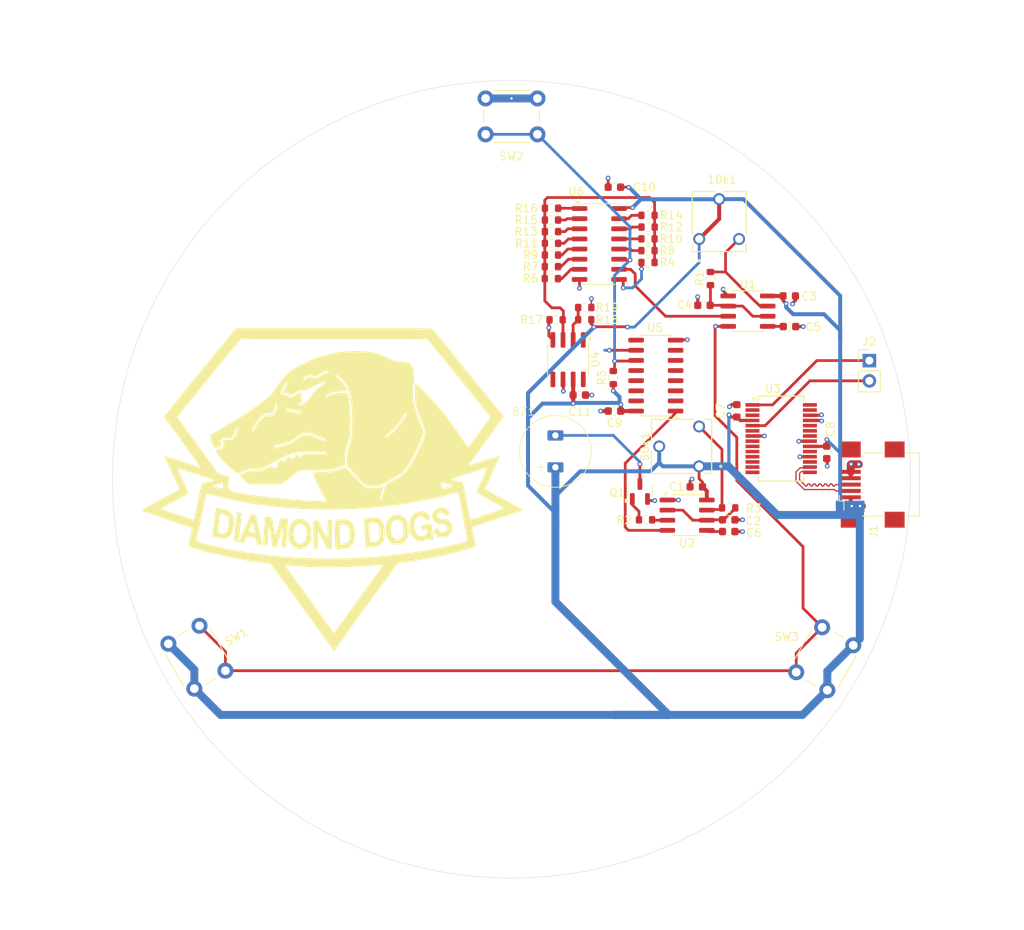
<source format=kicad_pcb>
(kicad_pcb (version 20241229) (generator "pcbnew") (generator_version "9.0")
  (layers (0 "F.Cu" signal) (4 "In1.Cu" power "In1.Cu.GND") (6 "In2.Cu" power "In2.Cu.GND") (2 "B.Cu" mixed) (13 "F.Paste" user) (15 "B.Paste" user) (5 "F.SilkS" user "F.Silkscreen") (7 "B.SilkS" user "B.Silkscreen") (1 "F.Mask" user) (3 "B.Mask" user) (25 "Edge.Cuts" user))
  (net 0 "")
  (net 1 "+5V")
  (net 2 "Net-(U1-DIS)")
  (net 3 "Net-(U2-DIS)")
  (net 4 "Net-(BZ1--)")
  (net 5 "GND")
  (net 6 "Net-(U2-THR)")
  (net 7 "Net-(U1-THR)")
  (net 8 "Net-(U1-CV)")
  (net 9 "Net-(U2-CV)")
  (net 10 "/USB_D N")
  (net 11 "Net-(Q1-B)")
  (net 12 "Net-(U2-Q)")
  (net 13 "Net-(U4-+)")
  (net 14 "Net-(U6-Q0)")
  (net 15 "RESET")
  (net 16 "Net-(U6-Q1)")
  (net 17 "Net-(U6-Q2)")
  (net 18 "Net-(U6-Q8)")
  (net 19 "Net-(U6-Q3)")
  (net 20 "Net-(U6-Q7)")
  (net 21 "Net-(U6-Q6)")
  (net 22 "Net-(U6-Q9)")
  (net 23 "Net-(U6-Q4)")
  (net 24 "Net-(U6-Q10)")
  (net 25 "Net-(U6-Q5)")
  (net 26 "Net-(U6-Q11)")
  (net 27 "Net-(U4--)")
  (net 28 "CLOCK")
  (net 29 "Net-(SW1-B)")
  (net 30 "/alarm")
  (net 33 "Net-(J2-Pin_1)")
  (net 37 "Net-(J2-Pin_2)")
  (net 50 "Net-(U5-CLK)")
  (net 63 "/USB_D P")
  (footprint "Capacitor_SMD:C_0603_1608Metric" (layer "F.Cu") (at 153.4922 94.4372)
    (property "Reference" "C11")
    (property "Value" "100n")
  )
  (footprint "Resistor_SMD:R_0603_1608Metric" (layer "F.Cu") (at 150.0124 71.0184 180)
    (property "Reference" "R16")
    (property "Value" "100k")
  )
  (footprint "Resistor_SMD:R_0603_1608Metric" (layer "F.Cu") (at 149.9924 79.844 180)
    (property "Reference" "R6")
    (property "Value" "100k")
  )
  (footprint "Capacitor_SMD:C_0603_1608Metric" (layer "F.Cu") (at 179.832 85.852)
    (property "Reference" "C5")
    (property "Value" "10n")
  )
  (footprint "Package_SO:SOIC-16_3.9x9.9mm_P1.27mm" (layer "F.Cu") (at 163.0875 92 180)
    (property "Reference" "U5")
    (property "Value" "4040")
  )
  (footprint "Capacitor_SMD:C_0603_1608Metric" (layer "F.Cu") (at 157.8864 68.3768 180)
    (property "Reference" "C10")
    (property "Value" "100n")
  )
  (footprint "Resistor_SMD:R_0603_1608Metric" (layer "F.Cu") (at 162.115 73.3806)
    (property "Reference" "R12")
    (property "Value" "100k")
  )
  (footprint "Button_Switch_THT:SW_PUSH_6mm_H9.5mm" (layer "F.Cu") (at 187.823557 125.810418 -120)
    (property "Reference" "SW3")
    (property "Value" "SW_SPST")
  )
  (footprint "Package_SO:SSOP-28_5.3x10.2mm_P0.65mm" (layer "F.Cu") (at 178.7906 99.8982)
    (property "Reference" "U3")
    (property "Value" "FT232RL")
  )
  (footprint "Resistor_SMD:R_0603_1608Metric" (layer "F.Cu") (at 150.5875 85 180)
    (property "Reference" "R17")
    (property "Value" "100k")
  )
  (footprint "Resistor_SMD:R_0603_1608Metric" (layer "F.Cu") (at 149.9974 78.3354 180)
    (property "Reference" "R7")
    (property "Value" "100k")
  )
  (footprint "pretty:601030" (layer "F.Cu") (at 168.5036 103.378 90)
    (property "Reference" "50k1")
    (property "Value" "RV1")
  )
  (footprint "Capacitor_SMD:C_0603_1608Metric" (layer "F.Cu") (at 168.148 105.9434 180)
    (property "Reference" "C1")
    (property "Value" "100n")
  )
  (footprint "Resistor_SMD:R_0603_1608Metric" (layer "F.Cu") (at 169.926 79.8322 -90)
    (property "Reference" "R1")
    (property "Value" "1k")
  )
  (footprint "pretty:601030" (layer "F.Cu") (at 168.5182 74.8754)
    (property "Reference" "10k1")
    (property "Value" "RV2")
  )
  (footprint "Capacitor_SMD:C_0603_1608Metric" (layer "F.Cu") (at 172.212 111.5568)
    (property "Reference" "C6")
    (property "Value" "10n")
  )
  (footprint "Resistor_SMD:R_0603_1608Metric" (layer "F.Cu") (at 162.1018 76.327)
    (property "Reference" "R8")
    (property "Value" "100k")
  )
  (footprint "Resistor_SMD:R_0603_1608Metric" (layer "F.Cu") (at 150.0074 72.494 180)
    (property "Reference" "R15")
    (property "Value" "100k")
  )
  (footprint "Resistor_SMD:R_0603_1608Metric" (layer "F.Cu") (at 150.0074 75.4142 180)
    (property "Reference" "R11")
    (property "Value" "100k")
  )
  (footprint "Package_TO_SOT_SMD:SOT-23" (layer "F.Cu") (at 161.0868 106.5276 90)
    (property "Reference" "Q1")
    (property "Value" "MMBT3904")
  )
  (footprint "Capacitor_SMD:C_0603_1608Metric" (layer "F.Cu") (at 173.228 96.4184 90)
    (property "Reference" "C7" (hide yes))
    (property "Value" "100n")
  )
  (footprint "Button_Switch_THT:SW_PUSH_6mm_H9.5mm" (layer "F.Cu") (at 148.25 61.75 180)
    (property "Reference" "SW2")
    (property "Value" "SW_SPST")
  )
  (footprint "Package_SO:SOIC-8_3.9x4.9mm_P1.27mm" (layer "F.Cu") (at 167 109.5)
    (property "Reference" "U2")
    (property "Value" "NE555D")
  )
  (footprint "Connector_USB:USB_Mini-B_Wuerth_65100516121_Horizontal" (layer "F.Cu") (at 190.11 105.664 90)
    (property "Reference" "J1")
    (property "Value" "USB_B")
  )
  (footprint "Resistor_SMD:R_0603_1608Metric" (layer "F.Cu") (at 157.75 92.25 90)
    (property "Reference" "R5")
    (property "Value" "100K")
  )
  (footprint "Resistor_SMD:R_0603_1608Metric" (layer "F.Cu") (at 162.1018 74.8538)
    (property "Reference" "R10")
    (property "Value" "100k")
  )
  (footprint "Resistor_SMD:R_0603_1608Metric" (layer "F.Cu") (at 154.17375 84.994531 180)
    (property "Reference" "R18")
    (property "Value" "1k")
  )
  (footprint "Resistor_SMD:R_0603_1608Metric" (layer "F.Cu") (at 150.0024 76.8842 180)
    (property "Reference" "R9")
    (property "Value" "100k")
  )
  (footprint "Package_SO:SOIC-8_3.9x4.9mm_P1.27mm" (layer "F.Cu") (at 174.625 83.9216)
    (property "Reference" "U1")
    (property "Value" "NE555D")
  )
  (footprint "Resistor_SMD:R_0603_1608Metric" (layer "F.Cu") (at 172.212 108.585)
    (property "Reference" "R3")
    (property "Value" "1k")
  )
  (footprint "Button_Switch_THT:SW_PUSH_6mm_H9.5mm" (layer "F.Cu") (at 105.25 131.25 120)
    (property "Reference" "SW1")
    (property "Value" "SW_SPST")
  )
  (footprint "Capacitor_SMD:C_0603_1608Metric" (layer "F.Cu") (at 184.5056 101.6254 -90)
    (property "Reference" "C8")
    (property "Value" "100n")
  )
  (footprint "Package_SO:SOIC-16_3.9x9.9mm_P1.27mm" (layer "F.Cu") (at 156 75.5)
    (property "Reference" "U6")
    (property "Value" "4040")
  )
  (footprint "pretty:diamondogs" (layer "F.Cu") (at 122.5 106.3)
    (property "Reference" "G***" (hide yes))
    (property "Value" "LOGO" (hide yes))
  )
  (footprint "Resistor_SMD:R_0603_1608Metric" (layer "F.Cu") (at 162.1018 77.8156)
    (property "Reference" "R4")
    (property "Value" "100k")
  )
  (footprint "Package_SO:SOIC-8_3.9x4.9mm_P1.27mm" (layer "F.Cu") (at 152.0875 90 -90)
    (property "Reference" "U4")
    (property "Value" "LM741")
  )
  (footprint "Capacitor_SMD:C_0603_1608Metric" (layer "F.Cu") (at 169.1132 83.185 180)
    (property "Reference" "C4")
    (property "Value" "10n")
  )
  (footprint "Resistor_SMD:R_0603_1608Metric" (layer "F.Cu") (at 162.1028 71.9074)
    (property "Reference" "R14")
    (property "Value" "100k")
  )
  (footprint "Capacitor_SMD:C_0603_1608Metric" (layer "F.Cu") (at 172.212 110.0836)
    (property "Reference" "C2")
    (property "Value" "10n")
  )
  (footprint "Connector_PinHeader_2.54mm:PinHeader_1x02_P2.54mm_Vertical" (layer "F.Cu") (at 189.8396 90.1192)
    (property "Reference" "J2")
    (property "Value" "UART")
  )
  (footprint "Capacitor_SMD:C_0603_1608Metric" (layer "F.Cu") (at 157.8988 96.443801 180)
    (property "Reference" "C9")
    (property "Value" "100n")
  )
  (footprint "Resistor_SMD:R_0603_1608Metric" (layer "F.Cu") (at 150.0074 73.9508 180)
    (property "Reference" "R13")
    (property "Value" "100k")
  )
  (footprint "Capacitor_SMD:C_0603_1608Metric" (layer "F.Cu") (at 179.8066 82.0166)
    (property "Reference" "C3")
    (property "Value" "100n")
  )
  (footprint "pretty:Buzzer" (layer "F.Cu") (at 150.5 101.5)
    (property "Reference" "BZ1")
    (property "Value" "Buzzer")
  )
  (footprint "Resistor_SMD:R_0603_1608Metric" (layer "F.Cu") (at 154.178 83.4644)
    (property "Reference" "R19")
    (property "Value" "8k2")
  )
  (footprint "Resistor_SMD:R_0603_1608Metric" (layer "F.Cu") (at 161.798 110.0836 180)
    (property "Reference" "R2")
    (property "Value" "470")
  )
  (gr_circle (center 145 105) (end 195 105) (stroke (width 0.05)) (fill no) (layer "Edge.Cuts"))
  (gr_text "C7" (at 171.196 96.4438 90) (layer "F.SilkS") (effects (font (size 1 1))))
  (segment (start 173.6578 97.6232) (end 173.228 97.1934) (width 0.4) (layer "F.Cu") (net 1))
  (segment (start 160.557501 96.499999) (end 160.6125 96.445) (width 0.2) (layer "F.Cu") (net 1))
  (segment (start 158.6992 96.4438) (end 158.5722 96.3168) (width 0.5) (layer "F.Cu") (net 1))
  (segment (start 158.475 71.055) (end 158.5878 70.9422) (width 0.35) (layer "F.Cu") (net 1))
  (segment (start 168.6052 103.4796) (end 168.5036 103.378) (width 0.35) (layer "F.Cu") (net 1))
  (segment (start 179.0316 82.602749) (end 179.0316 82.0166) (width 0.4) (layer "F.Cu") (net 1))
  (segment (start 187.51 108.3382) (end 187.5282 108.3564) (width 1) (layer "F.Cu") (net 1))
  (segment (start 184.505602 100.850391) (end 184.505602 100.1776) (width 0.4) (layer "F.Cu") (net 1))
  (segment (start 158.661401 68.376795) (end 159.664395 68.376795) (width 0.35) (layer "F.Cu") (net 1))
  (segment (start 168.5036 104.9274) (end 168.5036 103.378) (width 0.35) (layer "F.Cu") (net 1))
  (segment (start 173.228 97.1934) (end 172.5044 97.1934) (width 0.4) (layer "F.Cu") (net 1))
  (segment (start 187.6298 108.3564) (end 188.6712 108.3564) (width 1) (layer "F.Cu") (net 1))
  (segment (start 179.37263 83.03043) (end 179.3748 83.0326) (width 0.2) (layer "F.Cu") (net 1))
  (segment (start 168.923 105.9434) (end 168.9434 105.9434) (width 0.5) (layer "F.Cu") (net 1))
  (segment (start 155.3718 85.8774) (end 159.4866 85.8774) (width 0.35) (layer "F.Cu") (net 1))
  (segment (start 179.414893 82.986042) (end 179.37263 83.028305) (width 0.2) (layer "F.Cu") (net 1))
  (segment (start 152.7302 95.504) (end 152.7302 94.958) (width 0.5) (layer "F.Cu") (net 1))
  (segment (start 158.5722 96.3168) (end 158.5468 96.3168) (width 0.5) (layer "F.Cu") (net 1))
  (segment (start 152.7302 94.958) (end 152.7225 94.9503) (width 0.5) (layer "F.Cu") (net 1))
  (segment (start 152.7225 94.9503) (end 152.7225 92.475) (width 0.5) (layer "F.Cu") (net 1))
  (segment (start 158.6738 96.4692) (end 158.6992 96.4438) (width 0.35) (layer "F.Cu") (net 1))
  (segment (start 171.0182 72.3754) (end 168.5182 74.8754) (width 0.5) (layer "F.Cu") (net 1))
  (segment (start 184.482793 100.8732) (end 184.505602 100.850391) (width 0.4) (layer "F.Cu") (net 1))
  (segment (start 172.5044 97.1934) (end 172.2374 96.9264) (width 0.4) (layer "F.Cu") (net 1))
  (segment (start 177.1 82.0166) (end 179.0316 82.0166) (width 0.5) (layer "F.Cu") (net 1))
  (segment (start 155.321 85.9282) (end 155.3718 85.8774) (width 0.35) (layer "F.Cu") (net 1))
  (segment (start 171.0182 69.8754) (end 171.0182 72.3754) (width 0.5) (layer "F.Cu") (net 1))
  (segment (start 168.923 105.3468) (end 168.5036 104.9274) (width 0.35) (layer "F.Cu") (net 1))
  (segment (start 168.9434 105.9434) (end 169.475 106.475) (width 0.5) (layer "F.Cu") (net 1))
  (segment (start 159.664395 68.376795) (end 159.6898 68.4022) (width 0.2) (layer "F.Cu") (net 1))
  (segment (start 154.99875 85.52975) (end 154.99875 84.994531) (width 0.35) (layer "F.Cu") (net 1))
  (segment (start 168.923 105.9434) (end 168.923 105.3468) (width 0.35) (layer "F.Cu") (net 1))
  (segment (start 158.5468 96.3168) (end 158.6738 96.4438) (width 0.2) (layer "F.Cu") (net 1))
  (segment (start 179.414893 82.986042) (end 179.0316 82.602749) (width 0.4) (layer "F.Cu") (net 1))
  (segment (start 160.501302 96.4438) (end 160.557501 96.499999) (width 0.35) (layer "F.Cu") (net 1))
  (segment (start 179.37263 83.028305) (end 179.37263 83.03043) (width 0.2) (layer "F.Cu") (net 1))
  (segment (start 169.475 106.475) (end 169.475 107.595) (width 0.5) (layer "F.Cu") (net 1))
  (segment (start 155.321 85.852) (end 154.99875 85.52975) (width 0.35) (layer "F.Cu") (net 1))
  (segment (start 182.390599 100.8732) (end 184.482793 100.8732) (width 0.4) (layer "F.Cu") (net 1))
  (segment (start 187.51 107.264) (end 187.51 108.3382) (width 0.5) (layer "F.Cu") (net 1))
  (segment (start 157.75 93.9038) (end 157.75 93.075001) (width 0.35) (layer "F.Cu") (net 1))
  (segment (start 188.6712 108.3564) (end 188.8998 108.3564) (width 1) (layer "F.Cu") (net 1))
  (segment (start 158.5878 70.9422) (end 160.1724 70.9422) (width 0.35) (layer "F.Cu") (net 1))
  (segment (start 187.5282 108.3564) (end 187.6298 108.3564) (width 1) (layer "F.Cu") (net 1))
  (segment (start 175.1906 97.6232) (end 173.6578 97.6232) (width 0.4) (layer "F.Cu") (net 1))
  (segment (start 158.6992 96.4438) (end 160.501302 96.4438) (width 0.5) (layer "F.Cu") (net 1))
  (segment (start 158.6992 95.631) (end 158.6992 96.4438) (width 0.5) (layer "F.Cu") (net 1))
  (segment (start 155.321 85.9282) (end 155.321 85.852) (width 0.2) (layer "F.Cu") (net 1))
  (segment (start 184.505602 100.025202) (end 184.5056 100.0252) (width 0.2) (layer "F.Cu") (net 1))
  (via (at 160.1724 70.9422) (size 0.6) (drill 0.3) (layers "F.Cu" "B.Cu") (net 1))
  (via (at 157.75 93.9038) (size 0.6) (drill 0.3) (layers "F.Cu" "B.Cu") (net 1))
  (via (at 159.530802 85.921602) (size 0.6) (drill 0.3) (layers "F.Cu" "B.Cu") (net 1))
  (via (at 172.2374 96.9264) (size 0.6) (drill 0.3) (layers "F.Cu" "B.Cu") (net 1))
  (via (at 184.505602 100.025202) (size 0.6) (drill 0.3) (layers "F.Cu" "B.Cu") (net 1))
  (via (at 155.321 85.9282) (size 0.6) (drill 0.3) (layers "F.Cu" "B.Cu") (net 1))
  (via (at 187.6298 108.3564) (size 0.6) (drill 0.3) (layers "F.Cu" "B.Cu") (net 1))
  (via (at 179.414893 82.986042) (size 0.6) (drill 0.3) (layers "F.Cu" "B.Cu") (net 1))
  (via (at 152.7302 95.504) (size 0.6) (drill 0.3) (layers "F.Cu" "B.Cu") (net 1))
  (via (at 159.6898 68.4022) (size 0.6) (drill 0.3) (layers "F.Cu" "B.Cu") (net 1))
  (via (at 188.6712 108.3564) (size 0.6) (drill 0.3) (layers "F.Cu" "B.Cu") (net 1))
  (via (at 158.6992 95.631) (size 0.6) (drill 0.3) (layers "F.Cu" "B.Cu") (net 1))
  (segment (start 163.5036 102.917) (end 163.9646 103.378) (width 0.5) (layer "B.Cu") (net 1))
  (segment (start 188.6712 108.3564) (end 188.6712 109.3978) (width 1) (layer "B.Cu") (net 1))
  (segment (start 172.2374 103.441996) (end 173.297602 104.502198) (width 0.2) (layer "B.Cu") (net 1))
  (segment (start 162.4206 104) (end 163.5036 102.917) (width 0.5) (layer "B.Cu") (net 1))
  (segment (start 172.173404 103.378) (end 173.297602 104.502198) (width 1) (layer "B.Cu") (net 1))
  (segment (start 157.9118 134.5438) (end 181.46934 134.5438) (width 1) (layer "B.Cu") (net 1))
  (segment (start 187.823557 125.810418) (end 184.573557 129.060418) (width 1) (layer "B.Cu") (net 1))
  (segment (start 186.182 86.3346) (end 186.182 87.4522) (width 0.5) (layer "B.Cu") (net 1))
  (segment (start 160.407598 85.921602) (end 168.5182 77.811) (width 0.35) (layer "B.Cu") (net 1))
  (segment (start 147.066 94.1832) (end 147.066 97.3328) (width 0.5) (layer "B.Cu") (net 1))
  (segment (start 161.2246 69.89) (end 171.0036 69.89) (width 0.5) (layer "B.Cu") (net 1))
  (segment (start 171.0036 69.89) (end 171.0182 69.8754) (width 0.35) (layer "B.Cu") (net 1))
  (segment (start 163.5036 102.917) (end 163.5036 100.878) (width 0.5) (layer "B.Cu") (net 1))
  (segment (start 150.5 107.1118) (end 150.5 103.5) (width 0.5) (layer "B.Cu") (net 1))
  (segment (start 158.496 95.4278) (end 158.5468 95.377) (width 0.35) (layer "B.Cu") (net 1))
  (segment (start 168.5036 103.378) (end 172.173404 103.378) (width 1) (layer "B.Cu") (net 1))
  (segment (start 160.1724 70.9422) (end 161.2246 69.89) (width 0.5) (layer "B.Cu") (net 1))
  (segment (start 188.6712 110.000886) (end 188.6458 110.026286) (width 1) (layer "B.Cu") (net 1))
  (segment (start 159.6898 68.4022) (end 159.7368 68.4022) (width 0.2) (layer "B.Cu") (net 1))
  (segment (start 158.6992 95.5294) (end 158.5468 95.377) (width 0.35) (layer "B.Cu") (net 1))
  (segment (start 164.6936 134.5438) (end 157.9118 134.5438) (width 1) (layer "B.Cu") (net 1))
  (segment (start 184.15 84.3026) (end 186.182 86.3346) (width 0.5) (layer "B.Cu") (net 1))
  (segment (start 108.5438 134.5438) (end 157.9118 134.5438) (width 1) (layer "B.Cu") (net 1))
  (segment (start 172.2374 96.9264) (end 172.2374 103.441996) (width 0.4) (layer "B.Cu") (net 1))
  (segment (start 162.4206 104) (end 153.6118 104) (width 0.5) (layer "B.Cu") (net 1))
  (segment (start 178.269404 109.474) (end 188.595 109.474) (width 1) (layer "B.Cu") (net 1))
  (segment (start 150.5 103.5) (end 150.5 110.7694) (width 1) (layer "B.Cu") (net 1))
  (segment (start 174.0662 69.8754) (end 186.182 81.9912) (width 0.5) (layer "B.Cu") (net 1))
  (segment (start 186.182 101.981) (end 186.182 87.4522) (width 0.5) (layer "B.Cu") (net 1))
  (segment (start 171.0182 69.8754) (end 174.0662 69.8754) (width 0.5) (layer "B.Cu") (net 1))
  (segment (start 186.182 81.9912) (end 186.182 87.4522) (width 0.5) (layer "B.Cu") (net 1))
  (segment (start 152.8064 95.4278) (end 158.496 95.4278) (width 0.5) (layer "B.Cu") (net 1))
  (segment (start 148.8948 95.504) (end 147.066 97.3328) (width 0.5) (layer "B.Cu") (net 1))
  (segment (start 147.066 105.791) (end 150.5 109.225) (width 0.5) (layer "B.Cu") (net 1))
  (segment (start 147.066 97.3328) (end 147.066 105.791) (width 0.5) (layer "B.Cu") (net 1))
  (segment (start 179.414893 83.428293) (end 180.2892 84.3026) (width 0.5) (layer "B.Cu") (net 1))
  (segment (start 186.8932 108.4834) (end 186.182 107.7722) (width 0.5) (layer "B.Cu") (net 1))
  (segment (start 159.7368 68.4022) (end 161.2246 69.89) (width 0.5) (layer "B.Cu") (net 1))
  (segment (start 188.6458 110.026286) (end 188.6458 124.988175) (width 1) (layer "B.Cu") (net 1))
  (segment (start 181.46934 134.5438) (end 184.573557 131.439583) (width 1) (layer "B.Cu") (net 1))
  (segment (start 186.182 101.7016) (end 186.182 101.981) (width 0.2) (layer "B.Cu") (net 1))
  (segment (start 188.6712 109.3978) (end 188.6712 110.000886) (width 1) (layer "B.Cu") (net 1))
  (segment (start 188.595 109.474) (end 188.6712 109.3978) (width 1) (layer "B.Cu") (net 1))
  (segment (start 159.530802 85.921602) (end 160.407598 85.921602) (width 0.35) (layer "B.Cu") (net 1))
  (segment (start 152.7302 95.504) (end 152.8064 95.4278) (width 0.35) (layer "B.Cu") (net 1))
  (segment (start 105.25 128.870835) (end 105.25 131.25) (width 1) (layer "B.Cu") (net 1))
  (segment (start 152.7302 95.504) (end 148.8948 95.504) (width 0.5) (layer "B.Cu") (net 1))
  (segment (start 155.321 85.9282) (end 147.066 94.1832) (width 0.5) (layer "B.Cu") (net 1))
  (segment (start 150.5 110.7694) (end 150.5 120.3502) (width 1) (layer "B.Cu") (net 1))
  (segment (start 102 125.620835) (end 105.25 128.870835) (width 1) (layer "B.Cu") (net 1))
  (segment (start 158.6992 95.631) (end 158.6992 95.5294) (width 0.35) (layer "B.Cu") (net 1))
  (segment (start 150.5 120.3502) (end 164.6936 134.5438) (width 1) (layer "B.Cu") (net 1))
  (segment (start 172.2374 96.9264) (end 172.3136 96.8502) (width 0.4) (layer "B.Cu") (net 1))
  (segment (start 158.5468 94.7006) (end 157.75 93.9038) (width 0.5) (layer "B.Cu") (net 1))
  (segment (start 153.6118 104) (end 150.5 107.1118) (width 0.5) (layer "B.Cu") (net 1))
  (segment (start 105.25 131.25) (end 108.5438 134.5438) (width 1) (layer "B.Cu") (net 1))
  (segment (start 168.5182 77.811) (end 168.5182 74.8754) (width 0.35) (layer "B.Cu") (net 1))
  (segment (start 184.505602 100.025202) (end 186.182 101.7016) (width 0.4) (layer "B.Cu") (net 1))
  (segment (start 186.182 107.7722) (end 186.182 101.981) (width 0.5) (layer "B.Cu") (net 1))
  (segment (start 179.414893 82.986042) (end 179.414893 83.428293) (width 0.5) (layer "B.Cu") (net 1))
  (segment (start 180.2892 84.3026) (end 184.15 84.3026) (width 0.5) (layer "B.Cu") (net 1))
  (segment (start 158.5468 95.377) (end 158.5468 94.7006) (width 0.5) (layer "B.Cu") (net 1))
  (segment (start 184.573557 129.060418) (end 184.573557 131.439583) (width 1) (layer "B.Cu") (net 1))
  (segment (start 188.6458 124.988175) (end 187.823557 125.810418) (width 1) (layer "B.Cu") (net 1))
  (segment (start 150.5 109.225) (end 150.5 110.7694) (width 0.35) (layer "B.Cu") (net 1))
  (segment (start 163.9646 103.378) (end 168.5036 103.378) (width 0.5) (layer "B.Cu") (net 1))
  (segment (start 173.297602 104.502198) (end 178.269404 109.474) (width 1) (layer "B.Cu") (net 1))
  (segment (start 175.4886 82.675599) (end 172.9232 80.110199) (width 0.35) (layer "F.Cu") (net 2))
  (segment (start 177.1 83.2866) (end 176.125001 83.2866) (width 0.35) (layer "F.Cu") (net 2))
  (segment (start 175.514 82.675599) (end 175.4886 82.675599) (width 0.35) (layer "F.Cu") (net 2))
  (segment (start 171.8202 76.57339) (end 173.51819 74.8754) (width 0.35) (layer "F.Cu") (net 2))
  (segment (start 171.8202 79.007199) (end 171.8202 76.57339) (width 0.35) (layer "F.Cu") (net 2))
  (segment (start 176.125001 83.2866) (end 175.514 82.675599) (width 0.35) (layer "F.Cu") (net 2))
  (segment (start 171.8202 79.007199) (end 172.9232 80.110199) (width 0.35) (layer "F.Cu") (net 2))
  (segment (start 169.926 79.007199) (end 171.8202 79.007199) (width 0.35) (layer "F.Cu") (net 2))
  (segment (start 171.387 108.6358) (end 171.3738 108.6226) (width 0.35) (layer "F.Cu") (net 3))
  (segment (start 170.31 108.865) (end 169.475 108.865) (width 0.2) (layer "F.Cu") (net 3))
  (segment (start 171.3738 101.24821) (end 168.5036 98.37801) (width 0.35) (layer "F.Cu") (net 3))
  (segment (start 169.698 108.7882) (end 171.2346 108.7882) (width 0.35) (layer "F.Cu") (net 3))
  (segment (start 169.6212 108.865) (end 169.698 108.7882) (width 0.2) (layer "F.Cu") (net 3))
  (segment (start 171.3738 108.6226) (end 171.3738 101.24821) (width 0.35) (layer "F.Cu") (net 3))
  (segment (start 171.2346 108.7882) (end 171.387 108.6358) (width 0.2) (layer "F.Cu") (net 3))
  (segment (start 169.475 108.865) (end 169.6212 108.865) (width 0.2) (layer "F.Cu") (net 3))
  (segment (start 161.0868 103.0986) (end 161.0868 105.5901) (width 0.352) (layer "F.Cu") (net 4))
  (via (at 161.0868 103.0986) (size 0.6) (drill 0.3) (layers "F.Cu" "B.Cu") (net 4))
  (segment (start 157.75 99.5) (end 150.5 99.5) (width 0.35) (layer "B.Cu") (net 4))
  (segment (start 161.0868 102.8368) (end 157.75 99.5) (width 0.35) (layer "B.Cu") (net 4))
  (segment (start 161.0868 103.0986) (end 161.0868 102.8368) (width 0.35) (layer "B.Cu") (net 4))
  (segment (start 180.5816 82.5624) (end 180.5816 82.0166) (width 0.4) (layer "F.Cu") (net 5))
  (segment (start 149.675 86) (end 149.675 87.0175) (width 0.35) (layer "F.Cu") (net 5))
  (segment (start 162.941 107.6706) (end 163.0166 107.595) (width 0.35) (layer "F.Cu") (net 5))
  (segment (start 181.0056 100.2232) (end 181.0004 100.2284) (width 0.4) (layer "F.Cu") (net 5))
  (segment (start 180.214231 83.018647) (end 180.214231 82.929769) (width 0.4) (layer "F.Cu") (net 5))
  (segment (start 156.1592 96.4438) (end 157.123798 96.4438) (width 0.5) (layer "F.Cu") (net 5))
  (segment (start 153.525 79.945) (end 153.525 81.044) (width 0.35) (layer "F.Cu") (net 5))
  (segment (start 172.15 82.0166) (end 171.5262 81.3928) (width 0.35) (layer "F.Cu") (net 5))
  (segment (start 166.25 87.5) (end 166.195 87.555) (width 0.35) (layer "F.Cu") (net 5))
  (segment (start 183.8054 97.6232) (end 183.8706 97.6884) (width 0.2) (layer "F.Cu") (net 5))
  (segment (start 157.111399 68.376805) (end 157.111399 67.246199) (width 0.35) (layer "F.Cu") (net 5))
  (segment (start 173.9392 110.0836) (end 172.987 110.0836) (width 0.4) (layer "F.Cu") (net 5))
  (segment (start 173.228 95.6434) (end 172.5806 95.6434) (width 0.4) (layer "F.Cu") (net 5))
  (segment (start 180.214231 82.929769) (end 180.5816 82.5624) (width 0.4) (layer "F.Cu") (net 5))
  (segment (start 172.987 111.5568) (end 173.9392 111.5568) (width 0.4) (layer "F.Cu") (net 5))
  (segment (start 164.3675 107.4375) (end 164.525 107.595) (width 0.2) (layer "F.Cu") (net 5))
  (segment (start 184.5564 103.3526) (end 184.5564 102.451211) (width 0.4) (layer "F.Cu") (net 5))
  (segment (start 182.390599 96.9732) (end 183.7984 96.9732) (width 0.4) (layer "F.Cu") (net 5))
  (segment (start 187.51 103.1422) (end 187.5536 103.0986) (width 0.2) (layer "F.Cu") (net 5))
  (segment (start 172.5806 95.6434) (end 172.3136 95.9104) (width 0.4) (layer "F.Cu") (net 5))
  (segment (start 149.675 87.0175) (end 150.1825 87.525) (width 0.35) (layer "F.Cu") (net 5))
  (segment (start 187.51 104.064) (end 187.51 104.864) (width 0.5) (layer "F.Cu") (net 5))
  (segment (start 157.123798 96.4438) (end 157.1238 96.443802) (width 0.5) (layer "F.Cu") (net 5))
  (segment (start 182.390599 100.2232) (end 181.0056 100.2232) (width 0.4) (layer "F.Cu") (net 5))
  (segment (start 188.5188 103.124) (end 187.579 103.124) (width 1) (layer "F.Cu") (net 5))
  (segment (start 155.003 82.36) (end 155.0162 82.3468) (width 0.2) (layer "F.Cu") (net 5))
  (segment (start 183.7984 96.9732) (end 183.8452 96.9264) (width 0.2) (layer "F.Cu") (net 5))
  (segment (start 176.6772 99.5732) (end 176.6824 99.568) (width 0.2) (layer "F.Cu") (net 5))
  (segment (start 175.190601 99.5732) (end 176.6772 99.5732) (width 0.4) (layer "F.Cu") (net 5))
  (segment (start 184.5564 102.451211) (end 184.505598 102.400409) (width 0.2) (layer "F.Cu") (net 5))
  (segment (start 166.195 87.555) (end 165.5625 87.555) (width 0.35) (layer "F.Cu") (net 5))
  (segment (start 153.525 81.044) (end 153.5176 81.0514) (width 0.2) (layer "F.Cu") (net 5))
  (segment (start 149.675 85) (end 149.675 86) (width 0.35) (layer "F.Cu") (net 5))
  (segment (start 181.559205 85.852005) (end 180.607005 85.852005) (width 0.4) (layer "F.Cu") (net 5))
  (segment (start 167.6146 104.9782) (end 167.373 105.2198) (width 0.35) (layer "F.Cu") (net 5))
  (segment (start 162.941 107.6706) (end 162.2423 107.6706) (width 0.35) (layer "F.Cu") (net 5))
  (segment (start 171.5262 81.3928) (end 171.5262 81.1784) (width 0.35) (layer "F.Cu") (net 5))
  (segment (start 187.579 103.124) (end 187.5536 103.0986) (width 0.2) (layer "F.Cu") (net 5))
  (segment (start 155.066994 94.437194) (end 155.067 94.4372) (width 0.35) (layer "F.Cu") (net 5))
  (segment (start 157.111399 67.246199) (end 157.099 67.2338) (width 0.2) (layer "F.Cu") (net 5))
  (segment (start 187.51 104.064) (end 187.51 103.1422) (width 1) (layer "F.Cu") (net 5))
  (segment (start 164.525 107.595) (end 165.9128 107.595) (width 0.35) (layer "F.Cu") (net 5))
  (segment (start 165.9128 107.595) (end 165.9376 107.595) (width 0.35) (layer "F.Cu") (net 5))
  (segment (start 165.9376 107.595) (end 165.9382 107.5944) (width 0.35) (layer "F.Cu") (net 5))
  (segment (start 154.2672 94.437194) (end 155.066994 94.437194) (width 0.35) (layer "F.Cu") (net 5))
  (segment (start 167.373 105.2198) (end 167.373 105.9434) (width 0.35) (layer "F.Cu") (net 5))
  (segment (start 155.003 83.4644) (end 155.003 82.36) (width 0.2) (layer "F.Cu") (net 5))
  (segment (start 167.0274 87.5) (end 166.25 87.5) (width 0.35) (layer "F.Cu") (net 5))
  (segment (start 168.338194 83.184996) (end 168.338194 82.130594) (width 0.4) (layer "F.Cu") (net 5))
  (segment (start 162.2423 107.6706) (end 162.0368 107.4651) (width 0.35) (layer "F.Cu") (net 5))
  (segment (start 181.1274 102.1732) (end 182.3906 102.1732) (width 0.4) (layer "F.Cu") (net 5))
  (segment (start 168.338194 82.130594) (end 168.3258 82.1182) (width 0.2) (layer "F.Cu") (net 5))
  (segment (start 182.3906 97.6232) (end 183.8054 97.6232) (width 0.4) (layer "F.Cu") (net 5))
  (segment (start 167.0304 87.503) (end 167.0274 87.5) (width 0.35) (layer "F.Cu") (net 5))
  (via (at 149.675 86) (size 0.6) (drill 0.3) (layers "F.Cu" "B.Cu") (net 5))
  (via (at 155.067 94.4372) (size 0.6) (drill 0.3) (layers "F.Cu" "B.Cu") (net 5))
  (via (at 165.9128 107.595) (size 0.6) (drill 0.3) (layers "F.Cu" "B.Cu") (net 5))
  (via (at 156.1592 96.4438) (size 0.6) (drill 0.3) (layers "F.Cu" "B.Cu") (net 5))
  (via (at 188.5188 103.124) (size 0.6) (drill 0.3) (layers "F.Cu" "B.Cu") (net 5))
  (via (at 157.099 67.2338) (size 0.6) (drill 0.3) (layers "F.Cu" "B.Cu") (net 5))
  (via (at 168.3258 82.1182) (size 0.6) (drill 0.3) (layers "F.Cu" "B.Cu") (net 5))
  (via (at 181.559205 85.852005) (size 0.6) (drill 0.3) (layers "F.Cu" "B.Cu") (net 5))
  (via (at 187.5536 103.0986) (size 0.6) (drill 0.3) (layers "F.Cu" "B.Cu") (net 5))
  (via (at 172.3136 95.9104) (size 0.6) (drill 0.3) (layers "F.Cu" "B.Cu") (net 5))
  (via (at 173.9392 110.0836) (size 0.6) (drill 0.3) (layers "F.Cu" "B.Cu") (net 5))
  (via (at 183.8706 97.6884) (size 0.6) (drill 0.3) (layers "F.Cu" "B.Cu") (net 5))
  (via (at 167.6146 104.9782) (size 0.6) (drill 0.3) (layers "F.Cu" "B.Cu") (net 5))
  (via (at 167.0304 87.503) (size 0.6) (drill 0.3) (layers "F.Cu" "B.Cu") (net 5))
  (via (at 153.5176 81.0514) (size 0.6) (drill 0.3) (layers "F.Cu" "B.Cu") (net 5))
  (via (at 155.0162 82.3468) (size 0.6) (drill 0.3) (layers "F.Cu" "B.Cu") (net 5))
  (via (at 181.1274 102.1732) (size 0.6) (drill 0.3) (layers "F.Cu" "B.Cu") (net 5))
  (via (at 173.9392 111.5568) (size 0.6) (drill 0.3) (layers "F.Cu" "B.Cu") (net 5))
  (via (at 162.941 107.6706) (size 0.6) (drill 0.3) (layers "F.Cu" "B.Cu") (net 5))
  (via (at 183.8452 96.9264) (size 0.6) (drill 0.3) (layers "F.Cu" "B.Cu") (net 5))
  (via (at 184.5564 103.3526) (size 0.6) (drill 0.3) (layers "F.Cu" "B.Cu") (net 5))
  (via (at 180.214231 83.018647) (size 0.6) (drill 0.3) (layers "F.Cu" "B.Cu") (net 5))
  (via (at 145 57.25) (size 0.6) (drill 0.3) (layers "F.Cu" "B.Cu") (net 5))
  (via (at 181.0004 100.2284) (size 0.6) (drill 0.3) (layers "F.Cu" "B.Cu") (net 5))
  (via (at 171.5262 81.1784) (size 0.6) (drill 0.3) (layers "F.Cu" "B.Cu") (net 5))
  (via (at 176.6824 99.568) (size 0.6) (drill 0.3) (layers "F.Cu" "B.Cu") (net 5))
  (segment (start 141.75 57.25) (end 145 57.25) (width 1) (layer "B.Cu") (net 5))
  (segment (start 145 57.25) (end 148.25 57.25) (width 1) (layer "B.Cu") (net 5))
  (segment (start 169.5264 110.0836) (end 169.475 110.135) (width 0.2) (layer "F.Cu") (net 6))
  (segment (start 166.4468 108.865) (end 167.7168 110.135) (width 0.35) (layer "F.Cu") (net 6))
  (segment (start 171.437 110.0836) (end 171.5892 110.0836) (width 0.2) (layer "F.Cu") (net 6))
  (segment (start 164.525 108.865) (end 166.4468 108.865) (width 0.35) (layer "F.Cu") (net 6))
  (segment (start 167.7168 110.135) (end 169.475 110.135) (width 0.35) (layer "F.Cu") (net 6))
  (segment (start 171.437 110.0836) (end 169.5264 110.0836) (width 0.35) (layer "F.Cu") (net 6))
  (segment (start 171.5892 110.0836) (end 173.037 108.6358) (width 0.35) (layer "F.Cu") (net 6))
  (segment (start 175.2346 84.5566) (end 177.1 84.5566) (width 0.35) (layer "F.Cu") (net 7))
  (segment (start 169.888206 83.185004) (end 172.048404 83.185004) (width 0.35) (layer "F.Cu") (net 7))
  (segment (start 169.926 80.657201) (end 169.926 83.14721) (width 0.35) (layer "F.Cu") (net 7))
  (segment (start 173.9646 83.2866) (end 175.2346 84.5566) (width 0.35) (layer "F.Cu") (net 7))
  (segment (start 172.15 83.2866) (end 173.9646 83.2866) (width 0.35) (layer "F.Cu") (net 7))
  (segment (start 169.926 83.14721) (end 169.888206 83.185004) (width 0.2) (layer "F.Cu") (net 7))
  (segment (start 172.048404 83.185004) (end 172.15 83.2866) (width 0.2) (layer "F.Cu") (net 7))
  (segment (start 177.1 85.8266) (end 179.0062 85.8266) (width 0.35) (layer "F.Cu") (net 8))
  (segment (start 179.0062 85.8266) (end 179.158595 85.978995) (width 0.2) (layer "F.Cu") (net 8))
  (segment (start 169.6268 111.5568) (end 171.437 111.5568) (width 0.35) (layer "F.Cu") (net 9))
  (segment (start 169.475 111.405) (end 169.6268 111.5568) (width 0.2) (layer "F.Cu") (net 9))
  (segment (start 180.6484 104.072202) (end 180.6484 105.25671) (width 0.15) (layer "F.Cu") (net 10))
  (segment (start 181.8386 106.289) (end 185.459999 106.289) (width 0.15) (layer "F.Cu") (net 10))
  (segment (start 185.4704 106.299401) (end 185.634999 106.464) (width 0.15) (layer "F.Cu") (net 10))
  (segment (start 185.459999 106.289) (end 185.4704 106.299401) (width 0.15) (layer "F.Cu") (net 10))
  (segment (start 182.2906 103.5732) (end 181.147402 103.5732) (width 0.15) (layer "F.Cu") (net 10))
  (segment (start 180.6484 105.25671) (end 181.68069 106.289) (width 0.15) (layer "F.Cu") (net 10))
  (segment (start 181.147402 103.5732) (end 180.6484 104.072202) (width 0.15) (layer "F.Cu") (net 10))
  (segment (start 185.634999 106.464) (end 187.51 106.464) (width 0.15) (layer "F.Cu") (net 10))
  (segment (start 181.68069 106.289) (end 181.8386 106.289) (width 0.15) (layer "F.Cu") (net 10))
  (segment (start 182.3906 103.4732) (end 182.2906 103.5732) (width 0.2) (layer "F.Cu") (net 10))
  (segment (start 160.973 109.03) (end 160.973 110.0836) (width 0.35) (layer "F.Cu") (net 11))
  (segment (start 160.1368 107.4651) (end 160.1368 108.1938) (width 0.35) (layer "F.Cu") (net 11))
  (segment (start 160.1368 108.1938) (end 160.973 109.03) (width 0.35) (layer "F.Cu") (net 11))
  (segment (start 164.2556 110.1344) (end 164.39 110) (width 0.35) (layer "F.Cu") (net 12))
  (segment (start 162.623 110.0836) (end 162.6738 110.1344) (width 0.35) (layer "F.Cu") (net 12))
  (segment (start 164.39 110) (end 164.525 110.135) (width 0.2) (layer "F.Cu") (net 12))
  (segment (start 162.6738 110.1344) (end 164.2556 110.1344) (width 0.35) (layer "F.Cu") (net 12))
  (segment (start 162.3098 69.6722) (end 149.5044 69.6722) (width 0.35) (layer "F.Cu") (net 13))
  (segment (start 162.9278 71.9074) (end 162.9278 77.8146) (width 0.35) (layer "F.Cu") (net 13))
  (segment (start 151.4525 85.0475) (end 151.5 85) (width 0.2) (layer "F.Cu") (net 13))
  (segment (start 150.0375 83.5) (end 149.41025 82.87275) (width 0.35) (layer "F.Cu") (net 13))
  (segment (start 151.0875 83.5) (end 150.0375 83.5) (width 0.35) (layer "F.Cu") (net 13))
  (segment (start 149.1674 79.844) (end 149.1674 82.6299) (width 0.35) (layer "F.Cu") (net 13))
  (segment (start 162.9278 70.2902) (end 162.3098 69.6722) (width 0.35) (layer "F.Cu") (net 13))
  (segment (start 149.5044 69.6722) (end 149.1674 70.0092) (width 0.35) (layer "F.Cu") (net 13))
  (segment (start 151.5 85) (end 151.5 83.9125) (width 0.35) (layer "F.Cu") (net 13))
  (segment (start 149.1674 82.6299) (end 149.41025 82.87275) (width 0.35) (layer "F.Cu") (net 13))
  (segment (start 149.1674 70.0092) (end 149.1674 79.844) (width 0.35) (layer "F.Cu") (net 13))
  (segment (start 151.5 83.9125) (end 151.0875 83.5) (width 0.35) (layer "F.Cu") (net 13))
  (segment (start 162.9278 77.8146) (end 162.9268 77.8156) (width 0.2) (layer "F.Cu") (net 13))
  (segment (start 151.4525 87.525) (end 151.4525 85.0475) (width 0.35) (layer "F.Cu") (net 13))
  (segment (start 162.9278 71.9074) (end 162.9278 70.2902) (width 0.35) (layer "F.Cu") (net 13))
  (segment (start 159 80) (end 159 81) (width 0.35) (layer "F.Cu") (net 14))
  (segment (start 158.945 79.945) (end 159 80) (width 0.35) (layer "F.Cu") (net 14))
  (segment (start 158.475 79.945) (end 158.945 79.945) (width 0.35) (layer "F.Cu") (net 14))
  (segment (start 161.29 77.8288) (end 161.2768 77.8156) (width 0.2) (layer "F.Cu") (net 14))
  (segment (start 161.29 78.6384) (end 161.29 77.8288) (width 0.35) (layer "F.Cu") (net 14))
  (via (at 161.29 78.6384) (size 0.6) (drill 0.3) (layers "F.Cu" "B.Cu") (net 14))
  (via (at 159 81) (size 0.6) (drill 0.3) (layers "F.Cu" "B.Cu") (net 14))
  (segment (start 161.29 78.6384) (end 161.29 79.885) (width 0.35) (layer "B.Cu") (net 14))
  (segment (start 160.1984 80.9766) (end 160.1984 81) (width 0.2) (layer "B.Cu") (net 14))
  (segment (start 159 81) (end 160.1984 81) (width 0.35) (layer "B.Cu") (net 14))
  (segment (start 161.29 79.885) (end 160.1984 80.9766) (width 0.35) (layer "B.Cu") (net 14))
  (segment (start 157.917213 91.257786) (end 157.75 91.424999) (width 0.35) (layer "F.Cu") (net 15))
  (segment (start 157.917213 90.174999) (end 160.532501 90.174999) (width 0.35) (layer "F.Cu") (net 15))
  (segment (start 160.532501 90.174999) (end 160.6125 90.095) (width 0.2) (layer "F.Cu") (net 15))
  (segment (start 158.57 77.5) (end 158.475 77.405) (width 0.35) (layer "F.Cu") (net 15))
  (segment (start 159.8422 77.5) (end 158.57 77.5) (width 0.35) (layer "F.Cu") (net 15))
  (segment (start 157.917213 90.174999) (end 157.917213 91.257786) (width 0.35) (layer "F.Cu") (net 15))
  (via (at 157.917213 90.174999) (size 0.6) (drill 0.3) (layers "F.Cu" "B.Cu") (net 15))
  (via (at 159.8422 77.5) (size 0.6) (drill 0.3) (layers "F.Cu" "B.Cu") (net 15))
  (segment (start 157.917213 79.424987) (end 157.917213 88.461204) (width 0.35) (layer "B.Cu") (net 15))
  (segment (start 141.75 61.75) (end 148.25 61.75) (width 0.35) (layer "B.Cu") (net 15))
  (segment (start 157.926 88.469991) (end 157.926 89.030009) (width 0.35) (layer "B.Cu") (net 15))
  (segment (start 159.8422 77.5) (end 159.8422 73.3422) (width 0.35) (layer "B.Cu") (net 15))
  (segment (start 159.8422 73.3422) (end 148.25 61.75) (width 0.35) (layer "B.Cu") (net 15))
  (segment (start 157.926 89.030009) (end 157.917213 89.038796) (width 0.35) (layer "B.Cu") (net 15))
  (segment (start 159.8422 77.5) (end 157.917213 79.424987) (width 0.35) (layer "B.Cu") (net 15))
  (segment (start 157.917213 89.038796) (end 157.917213 90.174999) (width 0.35) (layer "B.Cu") (net 15))
  (segment (start 157.917213 88.461204) (end 157.926 88.469991) (width 0.35) (layer "B.Cu") (net 15))
  (segment (start 151.296 79.844) (end 152.465 78.675) (width 0.35) (layer "F.Cu") (net 16))
  (segment (start 152.465 78.675) (end 153.525 78.675) (width 0.35) (layer "F.Cu") (net 16))
  (segment (start 150.8174 79.844) (end 151.296 79.844) (width 0.35) (layer "F.Cu") (net 16))
  (segment (start 151.2044 78.3354) (end 152.1348 77.405) (width 0.35) (layer "F.Cu") (net 17))
  (segment (start 150.8224 78.3354) (end 151.2044 78.3354) (width 0.35) (layer "F.Cu") (net 17))
  (segment (start 152.1348 77.405) (end 153.525 77.405) (width 0.35) (layer "F.Cu") (net 17))
  (segment (start 160.0962 76.327) (end 161.2768 76.327) (width 0.35) (layer "F.Cu") (net 18))
  (segment (start 158.475 76.135) (end 159.9042 76.135) (width 0.35) (layer "F.Cu") (net 18))
  (segment (start 159.9042 76.135) (end 160.0962 76.327) (width 0.35) (layer "F.Cu") (net 18))
  (segment (start 151.3094 76.8842) (end 152.0586 76.135) (width 0.35) (layer "F.Cu") (net 19))
  (segment (start 150.8274 76.8842) (end 151.3094 76.8842) (width 0.35) (layer "F.Cu") (net 19))
  (segment (start 152.0586 76.135) (end 153.525 76.135) (width 0.35) (layer "F.Cu") (net 19))
  (segment (start 158.4862 74.8538) (end 158.475 74.865) (width 0.2) (layer "F.Cu") (net 20))
  (segment (start 161.2768 74.8538) (end 158.4862 74.8538) (width 0.35) (layer "F.Cu") (net 20))
  (segment (start 151.5856 75.4142) (end 152.1348 74.865) (width 0.35) (layer "F.Cu") (net 21))
  (segment (start 152.1348 74.865) (end 153.525 74.865) (width 0.35) (layer "F.Cu") (net 21))
  (segment (start 150.8324 75.4142) (end 151.5856 75.4142) (width 0.35) (layer "F.Cu") (net 21))
  (segment (start 160.1216 73.3806) (end 161.29 73.3806) (width 0.35) (layer "F.Cu") (net 22))
  (segment (start 158.475 73.595) (end 159.9072 73.595) (width 0.35) (layer "F.Cu") (net 22))
  (segment (start 159.9072 73.595) (end 160.1216 73.3806) (width 0.35) (layer "F.Cu") (net 22))
  (segment (start 150.8324 73.9508) (end 151.7028 73.9508) (width 0.35) (layer "F.Cu") (net 23))
  (segment (start 151.7028 73.9508) (end 152.0586 73.595) (width 0.35) (layer "F.Cu") (net 23))
  (segment (start 153.4758 73.6442) (end 153.525 73.595) (width 0.2) (layer "F.Cu") (net 23))
  (segment (start 152.0586 73.595) (end 153.525 73.595) (width 0.35) (layer "F.Cu") (net 23))
  (segment (start 158.475 72.325) (end 159.6278 72.325) (width 0.35) (layer "F.Cu") (net 24))
  (segment (start 160.0454 71.9074) (end 161.2778 71.9074) (width 0.35) (layer "F.Cu") (net 24))
  (segment (start 159.6278 72.325) (end 160.0454 71.9074) (width 0.35) (layer "F.Cu") (net 24))
  (segment (start 150.8324 72.494) (end 151.788 72.494) (width 0.35) (layer "F.Cu") (net 25))
  (segment (start 151.788 72.494) (end 151.957 72.325) (width 0.35) (layer "F.Cu") (net 25))
  (segment (start 151.957 72.325) (end 153.525 72.325) (width 0.35) (layer "F.Cu") (net 25))
  (segment (start 150.8374 71.0184) (end 153.4884 71.0184) (width 0.35) (layer "F.Cu") (net 26))
  (segment (start 153.4884 71.0184) (end 153.525 71.055) (width 0.2) (layer "F.Cu") (net 26))
  (segment (start 153.34875 83.46865) (end 153.353 83.4644) (width 0.2) (layer "F.Cu") (net 27))
  (segment (start 153.34875 84.994531) (end 153.34875 83.46865) (width 0.35) (layer "F.Cu") (net 27))
  (segment (start 152.7225 87.525) (end 152.7225 85.620781) (width 0.35) (layer "F.Cu") (net 27))
  (segment (start 152.7225 85.620781) (end 153.34875 84.994531) (width 0.35) (layer "F.Cu") (net 27))
  (segment (start 153.35 84.993281) (end 153.34875 84.994531) (width 0.2) (layer "F.Cu") (net 27))
  (segment (start 158.475 78.675) (end 159.925 78.675) (width 0.35) (layer "F.Cu") (net 28))
  (segment (start 164.3066 84.5566) (end 172.15 84.5566) (width 0.35) (layer "F.Cu") (net 28))
  (segment (start 160.5 79.25) (end 160.5 80.75) (width 0.35) (layer "F.Cu") (net 28))
  (segment (start 160.5 80.75) (end 164.3066 84.5566) (width 0.35) (layer "F.Cu") (net 28))
  (segment (start 159.925 78.675) (end 160.5 79.25) (width 0.35) (layer "F.Cu") (net 28))
  (segment (start 180.676443 126.810418) (end 180.676443 129.189583) (width 0.35) (layer "F.Cu") (net 29))
  (segment (start 181.5338 121.167775) (end 181.5338 113.4618) (width 0.35) (layer "F.Cu") (net 29))
  (segment (start 183.926443 123.560418) (end 180.676443 126.810418) (width 0.35) (layer "F.Cu") (net 29))
  (segment (start 180.48686 129) (end 180.676443 129.189583) (width 0.35) (layer "F.Cu") (net 29))
  (segment (start 109.147114 129) (end 180.48686 129) (width 0.35) (layer "F.Cu") (net 29))
  (segment (start 173.228401 105.156401) (end 173.228401 99.746201) (width 0.35) (layer "F.Cu") (net 29))
  (segment (start 170.5102 97.028) (end 170.5102 85.8774) (width 0.35) (layer "F.Cu") (net 29))
  (segment (start 105.897114 123.370835) (end 109.147114 126.620835) (width 0.35) (layer "F.Cu") (net 29))
  (segment (start 170.5102 85.8774) (end 170.561 85.8266) (width 0.35) (layer "F.Cu") (net 29))
  (segment (start 109.147114 126.620835) (end 109.147114 129) (width 0.35) (layer "F.Cu") (net 29))
  (segment (start 173.228401 99.746201) (end 170.5102 97.028) (width 0.35) (layer "F.Cu") (net 29))
  (segment (start 181.5338 113.4618) (end 173.228401 105.156401) (width 0.35) (layer "F.Cu") (net 29))
  (segment (start 183.926443 123.560418) (end 181.5338 121.167775) (width 0.35) (layer "F.Cu") (net 29))
  (segment (start 170.561 85.8266) (end 172.15 85.8266) (width 0.35) (layer "F.Cu") (net 29))
  (via (at 170.561 85.8266) (size 0.6) (drill 0.3) (layers "F.Cu" "B.Cu") (net 29))
  (segment (start 164.525 111.405) (end 159.655 111.405) (width 0.35) (layer "F.Cu") (net 30))
  (segment (start 159.25 111) (end 159.25 103) (width 0.35) (layer "F.Cu") (net 30))
  (segment (start 159.655 111.405) (end 159.25 111) (width 0.35) (layer "F.Cu") (net 30))
  (segment (start 165.5625 96.445) (end 165.5625 96.6875) (width 0.2) (layer "F.Cu") (net 30))
  (segment (start 165.5625 96.6875) (end 159.25 103) (width 0.35) (layer "F.Cu") (net 30))
  (segment (start 189.834601 90.114201) (end 183.265999 90.114201) (width 0.35) (layer "F.Cu") (net 33))
  (segment (start 189.8396 90.1192) (end 189.834601 90.114201) (width 0.35) (layer "F.Cu") (net 33))
  (segment (start 177.707 95.6732) (end 183.265999 90.114201) (width 0.35) (layer "F.Cu") (net 33))
  (segment (start 177.707 95.6732) (end 175.190601 95.6732) (width 0.35) (layer "F.Cu") (net 33))
  (segment (start 182.395 92.6542) (end 176.776 98.2732) (width 0.35) (layer "F.Cu") (net 37))
  (segment (start 189.8346 92.6542) (end 182.395 92.6542) (width 0.35) (layer "F.Cu") (net 37))
  (segment (start 189.839599 92.659199) (end 189.8346 92.6542) (width 0.35) (layer "F.Cu") (net 37))
  (segment (start 176.776 98.2732) (end 175.190601 98.2732) (width 0.35) (layer "F.Cu") (net 37))
  (segment (start 151.5 93.9546) (end 151.5 92.5225) (width 0.35) (layer "F.Cu") (net 50))
  (segment (start 157.325 88.825) (end 157.251 88.825) (width 0.2) (layer "F.Cu") (net 50))
  (segment (start 151.5 92.5225) (end 151.4525 92.475) (width 0.2) (layer "F.Cu") (net 50))
  (segment (start 160.6125 88.825) (end 157.325 88.825) (width 0.35) (layer "F.Cu") (net 50))
  (via (at 157.251 88.825) (size 0.6) (drill 0.3) (layers "F.Cu" "B.Cu") (net 50))
  (via (at 151.5 93.9546) (size 0.6) (drill 0.3) (layers "F.Cu" "B.Cu") (net 50))
  (segment (start 151.5454 93.9546) (end 151.5 93.9546) (width 0.35) (layer "B.Cu") (net 50))
  (segment (start 157.251 88.825) (end 156.675 88.825) (width 0.35) (layer "B.Cu") (net 50))
  (segment (start 181.0984 104.258598) (end 181.0984 105.070314) (width 0.15) (layer "F.Cu") (net 63))
  (segment (start 183.6002 105.579) (end 183.6902 105.579) (width 0.15) (layer "F.Cu") (net 63))
  (segment (start 185.634999 105.664) (end 187.51 105.664) (width 0.15) (layer "F.Cu") (net 63))
  (segment (start 182.2002 105.579) (end 182.2902 105.579) (width 0.15) (layer "F.Cu") (net 63))
  (segment (start 185.3502 105.839) (end 185.4402 105.839) (width 0.15) (layer "F.Cu") (net 63))
  (segment (start 183.2502 105.839) (end 183.3402 105.839) (width 0.15) (layer "F.Cu") (net 63))
  (segment (start 182.5502 105.839) (end 182.6402 105.839) (width 0.15) (layer "F.Cu") (net 63))
  (segment (start 182.390599 104.1232) (end 182.2906 104.023201) (width 0.2) (layer "F.Cu") (net 63))
  (segment (start 181.0984 105.070314) (end 181.867086 105.839) (width 0.15) (layer "F.Cu") (net 63))
  (segment (start 185.4402 105.839) (end 185.459999 105.839) (width 0.15) (layer "F.Cu") (net 63))
  (segment (start 181.867086 105.839) (end 181.9402 105.839) (width 0.15) (layer "F.Cu") (net 63))
  (segment (start 185.459999 105.839) (end 185.5529 105.746099) (width 0.15) (layer "F.Cu") (net 63))
  (segment (start 184.6502 105.839) (end 184.7402 105.839) (width 0.15) (layer "F.Cu") (net 63))
  (segment (start 183.9502 105.839) (end 184.0402 105.839) (width 0.15) (layer "F.Cu") (net 63))
  (segment (start 185.5529 105.746099) (end 185.634999 105.664) (width 0.15) (layer "F.Cu") (net 63))
  (segment (start 184.3002 105.579) (end 184.3902 105.579) (width 0.15) (layer "F.Cu") (net 63))
  (segment (start 185.0002 105.579) (end 185.0902 105.579) (width 0.15) (layer "F.Cu") (net 63))
  (segment (start 182.2906 104.023201) (end 181.333797 104.023201) (width 0.15) (layer "F.Cu") (net 63))
  (segment (start 181.333797 104.023201) (end 181.0984 104.258598) (width 0.15) (layer "F.Cu") (net 63))
  (segment (start 182.9002 105.579) (end 182.9902 105.579) (width 0.15) (layer "F.Cu") (net 63))
  (arc (start 183.1202 105.709) (mid 183.158276 105.800924) (end 183.2502 105.839) (width 0.15) (layer "F.Cu") (net 63))
  (arc (start 182.2902 105.579) (mid 182.382124 105.617076) (end 182.4202 105.709) (width 0.15) (layer "F.Cu") (net 63))
  (arc (start 185.0902 105.579) (mid 185.182124 105.617076) (end 185.2202 105.709) (width 0.15) (layer "F.Cu") (net 63))
  (arc (start 181.9402 105.839) (mid 182.032124 105.800924) (end 182.0702 105.709) (width 0.15) (layer "F.Cu") (net 63))
  (arc (start 182.6402 105.839) (mid 182.732124 105.800924) (end 182.7702 105.709) (width 0.15) (layer "F.Cu") (net 63))
  (arc (start 184.7402 105.839) (mid 184.832124 105.800924) (end 184.8702 105.709) (width 0.15) (layer "F.Cu") (net 63))
  (arc (start 184.0402 105.839) (mid 184.132124 105.800924) (end 184.1702 105.709) (width 0.15) (layer "F.Cu") (net 63))
  (arc (start 183.8202 105.709) (mid 183.858276 105.800924) (end 183.9502 105.839) (width 0.15) (layer "F.Cu") (net 63))
  (arc (start 183.4702 105.709) (mid 183.508276 105.617076) (end 183.6002 105.579) (width 0.15) (layer "F.Cu") (net 63))
  (arc (start 184.3902 105.579) (mid 184.482124 105.617076) (end 184.5202 105.709) (width 0.15) (layer "F.Cu") (net 63))
  (arc (start 183.3402 105.839) (mid 183.432124 105.800924) (end 183.4702 105.709) (width 0.15) (layer "F.Cu") (net 63))
  (arc (start 183.6902 105.579) (mid 183.782124 105.617076) (end 183.8202 105.709) (width 0.15) (layer "F.Cu") (net 63))
  (arc (start 184.5202 105.709) (mid 184.558276 105.800924) (end 184.6502 105.839) (width 0.15) (layer "F.Cu") (net 63))
  (arc (start 184.1702 105.709) (mid 184.208276 105.617076) (end 184.3002 105.579) (width 0.15) (layer "F.Cu") (net 63))
  (arc (start 185.2202 105.709) (mid 185.258276 105.800924) (end 185.3502 105.839) (width 0.15) (layer "F.Cu") (net 63))
  (arc (start 182.4202 105.709) (mid 182.458276 105.800924) (end 182.5502 105.839) (width 0.15) (layer "F.Cu") (net 63))
  (arc (start 182.7702 105.709) (mid 182.808276 105.617076) (end 182.9002 105.579) (width 0.15) (layer "F.Cu") (net 63))
  (arc (start 182.9902 105.579) (mid 183.082124 105.617076) (end 183.1202 105.709) (width 0.15) (layer "F.Cu") (net 63))
  (arc (start 184.8702 105.709) (mid 184.908276 105.617076) (end 185.0002 105.579) (width 0.15) (layer "F.Cu") (net 63))
  (arc (start 182.0702 105.709) (mid 182.108276 105.617076) (end 182.2002 105.579) (width 0.15) (layer "F.Cu") (net 63))
  (zone (net 1) (net_name "+5V") (layer "B.Cu") (priority 1) (connect_pads (clearance 0.5)) (min_thickness 0.25) (fill yes (thermal_gap 0.5) (thermal_bridge_width 0.5))
    (polygon (pts (xy 189.23 107.6706) (xy 189.23 109.1438) (xy 185.6486 109.1946) (xy 185.6232 107.6706)))
  )
)
</source>
